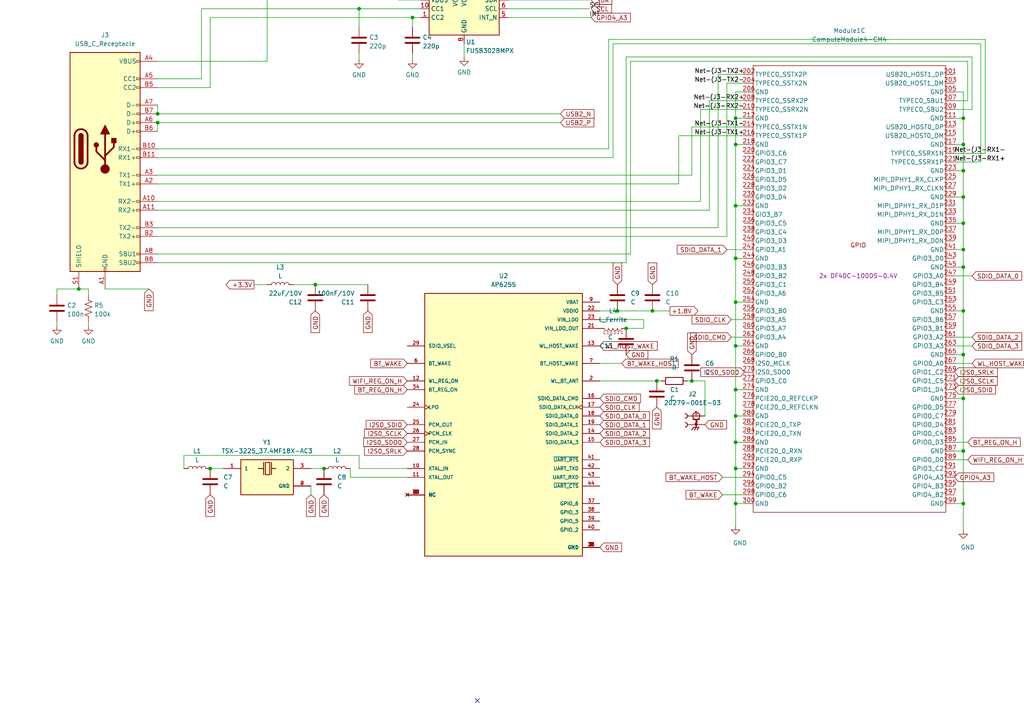
<source format=kicad_sch>
(kicad_sch (version 20231120) (generator "eeschema") (generator_version "8.0")
  (paper "A4")
  (title_block (title "Raspberry Pi Compute Module 4 Carrier Template") (date "2020-10-31") (rev "v01") (comment 2 "creativecommons.org/licenses/by-sa/4.0") (comment 3 "License: CC BY 4.0") (comment 4 "Author: Shawn Hymel"))
  (lib_symbols
    (symbol "20279-001E-03:20279-001E-03" (pin_names (offset 1.016))
      (property "Reference" "J" (at -3.81 1.524 0))
      (property "Value" "20279-001E-03" (at -4.064 -6.858 0))
      (symbol "20279-001E-03_0_0"
        (pin passive line (at 2.54 0 180) (length 5.08) (name "~") (number "1"))
        (pin passive line (at 2.54 -2.54 180) (length 5.08) (name "~") (number "2"))
        (pin passive line (at 2.54 -2.54 180) (length 5.08) (name "~") (number "3"))
      )
    )
    (symbol "AP6255:AP6255" (pin_names (offset 1.016))
      (property "Reference" "U" (at -22.86 38.862 0))
      (property "Value" "AP6255" (at -22.86 -40.64 0))
      (symbol "AP6255_0_0"
        (pin power_in line (at 27.94 -35.56 180) (length 5.08) (name "GND") (number "1"))
        (pin input line (at -27.94 -12.7 0) (length 5.08) (name "XTAL_IN") (number "10"))
        (pin output line (at -27.94 -15.24 0) (length 5.08) (name "XTAL_OUT") (number "11"))
        (pin input line (at -27.94 12.7 0) (length 5.08) (name "WL_REG_ON") (number "12"))
        (pin output line (at 27.94 22.86 180) (length 5.08) (name "WL_HOST_WAKE") (number "13"))
        (pin bidirectional line (at 27.94 -2.54 180) (length 5.08) (name "SDIO_DATA_2") (number "14"))
        (pin bidirectional line (at 27.94 -5.08 180) (length 5.08) (name "SDIO_DATA_3") (number "15"))
        (pin bidirectional line (at 27.94 7.62 180) (length 5.08) (name "SDIO_DATA_CMD") (number "16"))
        (pin bidirectional clock (at 27.94 5.08 180) (length 5.08) (name "SDIO_DATA_CLK") (number "17"))
        (pin bidirectional line (at 27.94 2.54 180) (length 5.08) (name "SDIO_DATA_0") (number "18"))
        (pin bidirectional line (at 27.94 0 180) (length 5.08) (name "SDIO_DATA_1") (number "19"))
        (pin bidirectional line (at 27.94 12.7 180) (length 5.08) (name "WL_BT_ANT") (number "2"))
        (pin power_in line (at 27.94 -35.56 180) (length 5.08) (name "GND") (number "20"))
        (pin power_in line (at 27.94 27.94 180) (length 5.08) (name "VIN_LDO_OUT") (number "21"))
        (pin power_in line (at 27.94 33.02 180) (length 5.08) (name "VDDIO") (number "22"))
        (pin power_in line (at 27.94 30.48 180) (length 5.08) (name "VIN_LDO") (number "23"))
        (pin input clock (at -27.94 5.08 0) (length 5.08) (name "LPO") (number "24"))
        (pin output line (at -27.94 0 0) (length 5.08) (name "PCM_OUT") (number "25"))
        (pin bidirectional clock (at -27.94 -2.54 0) (length 5.08) (name "PCM_CLK") (number "26"))
        (pin input line (at -27.94 -5.08 0) (length 5.08) (name "PCM_IN") (number "27"))
        (pin bidirectional line (at -27.94 -7.62 0) (length 5.08) (name "PCM_SYNC") (number "28"))
        (pin input line (at -27.94 22.86 0) (length 5.08) (name "SDIO_VSEL") (number "29"))
        (pin power_in line (at 27.94 -35.56 180) (length 5.08) (name "GND") (number "3"))
        (pin no_connect line (at -27.94 -20.32 0) (length 5.08) (name "NC") (number "30"))
        (pin power_in line (at 27.94 -35.56 180) (length 5.08) (name "GND") (number "31"))
        (pin no_connect line (at -27.94 -20.32 0) (length 5.08) (name "NC") (number "32"))
        (pin power_in line (at 27.94 -35.56 180) (length 5.08) (name "GND") (number "33"))
        (pin input line (at -27.94 10.16 0) (length 5.08) (name "BT_REG_ON") (number "34"))
        (pin no_connect line (at -27.94 -20.32 0) (length 5.08) (name "NC") (number "35"))
        (pin power_in line (at 27.94 -35.56 180) (length 5.08) (name "GND") (number "36"))
        (pin bidirectional line (at 27.94 -22.86 180) (length 5.08) (name "GPIO_6") (number "37"))
        (pin bidirectional line (at 27.94 -25.4 180) (length 5.08) (name "GPIO_3") (number "38"))
        (pin bidirectional line (at 27.94 -27.94 180) (length 5.08) (name "GPIO_5") (number "39"))
        (pin no_connect line (at -27.94 -20.32 0) (length 5.08) (name "NC") (number "4"))
        (pin bidirectional line (at 27.94 -30.48 180) (length 5.08) (name "GPIO_2") (number "40"))
        (pin output line (at 27.94 -10.16 180) (length 5.08) (name "~{UART_RTS}") (number "41"))
        (pin output line (at 27.94 -12.7 180) (length 5.08) (name "UART_TXD") (number "42"))
        (pin input line (at 27.94 -15.24 180) (length 5.08) (name "UART_RXD") (number "43"))
        (pin input line (at 27.94 -17.78 180) (length 5.08) (name "~{UART_CTS}") (number "44"))
        (pin no_connect line (at -27.94 -20.32 0) (length 5.08) (name "NC") (number "45"))
        (pin no_connect line (at -27.94 -20.32 0) (length 5.08) (name "NC") (number "46"))
        (pin no_connect line (at -27.94 -20.32 0) (length 5.08) (name "NC") (number "47"))
        (pin no_connect line (at -27.94 -20.32 0) (length 5.08) (name "NC") (number "5"))
        (pin input line (at -27.94 17.78 0) (length 5.08) (name "BT_WAKE") (number "6"))
        (pin output line (at 27.94 17.78 180) (length 5.08) (name "BT_HOST_WAKE") (number "7"))
        (pin no_connect line (at -27.94 -20.32 0) (length 5.08) (name "NC") (number "8"))
        (pin power_in line (at 27.94 35.56 180) (length 5.08) (name "VBAT") (number "9"))
      )
    )
    (symbol "CM4IO:ComputeModule4-CM4"
      (property "Reference" "Module1" (at -2.54 68.58 0))
      (property "Value" "ComputeModule4-CM4" (at -2.54 66.04 0))
      (property "MPN" "2x DF40C-100DS-0.4V" (at 0 -2.54 0))
      (symbol "ComputeModule4-CM4_1_0"
        (text "GPIO" (at 0 6.35 0) (effects (font (size 1.27 1.27))))
      )
      (symbol "ComputeModule4-CM4_1_1"
        (text "600mA Max" (at -8.89 -53.34 0) (effects (font (size 1.27 1.27))))
        (text "600mA Max" (at -8.89 -48.26 0) (effects (font (size 1.27 1.27))))
        (text "NB SD signals are only available" (at -1.27 -27.94 0) (effects (font (size 1.27 1.27))))
        (text "on modules without eMMC" (at -1.27 -30.48 0) (effects (font (size 1.27 1.27))))
        (pin power_in line (at 27.94 55.88 180) (length 2.54) (name "GND") (number "1"))
        (pin passive line (at -33.02 45.72 0) (length 2.54) (name "Ethernet_Pair0_N") (number "10"))
        (pin output line (at -33.02 -68.58 0) (length 2.54) (name "nEXTRST") (number "100"))
        (pin passive line (at 27.94 43.18 180) (length 2.54) (name "Ethernet_Pair2_P") (number "11"))
        (pin passive line (at -33.02 43.18 0) (length 2.54) (name "Ethernet_Pair0_P") (number "12"))
        (pin power_in line (at 27.94 40.64 180) (length 2.54) (name "GND") (number "13"))
        (pin power_in line (at -33.02 40.64 0) (length 2.54) (name "GND") (number "14"))
        (pin output line (at 27.94 38.1 180) (length 2.54) (name "Ethernet_nLED3(3.3v)") (number "15"))
        (pin input line (at -33.02 38.1 0) (length 2.54) (name "Ethernet_SYNC_IN(1.8v)") (number "16"))
        (pin output line (at 27.94 35.56 180) (length 2.54) (name "Ethernet_nLED2(3.3v)") (number "17"))
        (pin input line (at -33.02 35.56 0) (length 2.54) (name "Ethernet_SYNC_OUT(1.8v)") (number "18"))
        (pin output line (at 27.94 33.02 180) (length 2.54) (name "Ethernet_nLED1(3.3v)") (number "19"))
        (pin power_in line (at -33.02 55.88 0) (length 2.54) (name "GND") (number "2"))
        (pin passive line (at -33.02 33.02 0) (length 2.54) (name "EEPROM_nWP") (number "20"))
        (pin open_collector line (at 27.94 30.48 180) (length 2.54) (name "PI_nLED_Activity") (number "21"))
        (pin power_in line (at -33.02 30.48 0) (length 2.54) (name "GND") (number "22"))
        (pin power_in line (at 27.94 27.94 180) (length 2.54) (name "GND") (number "23"))
        (pin passive line (at -33.02 27.94 0) (length 2.54) (name "GPIO26") (number "24"))
        (pin passive line (at 27.94 25.4 180) (length 2.54) (name "GPIO21") (number "25"))
        (pin passive line (at -33.02 25.4 0) (length 2.54) (name "GPIO19") (number "26"))
        (pin passive line (at 27.94 22.86 180) (length 2.54) (name "GPIO20") (number "27"))
        (pin passive line (at -33.02 22.86 0) (length 2.54) (name "GPIO13") (number "28"))
        (pin passive line (at 27.94 20.32 180) (length 2.54) (name "GPIO16") (number "29"))
        (pin passive line (at 27.94 53.34 180) (length 2.54) (name "Ethernet_Pair3_P") (number "3"))
        (pin passive line (at -33.02 20.32 0) (length 2.54) (name "GPIO6") (number "30"))
        (pin passive line (at 27.94 17.78 180) (length 2.54) (name "GPIO12") (number "31"))
        (pin power_in line (at -33.02 17.78 0) (length 2.54) (name "GND") (number "32"))
        (pin power_in line (at 27.94 15.24 180) (length 2.54) (name "GND") (number "33"))
        (pin passive line (at -33.02 15.24 0) (length 2.54) (name "GPIO5") (number "34"))
        (pin passive line (at 27.94 12.7 180) (length 2.54) (name "ID_SC") (number "35"))
        (pin passive line (at -33.02 12.7 0) (length 2.54) (name "ID_SD") (number "36"))
        (pin passive line (at 27.94 10.16 180) (length 2.54) (name "GPIO7") (number "37"))
        (pin passive line (at -33.02 10.16 0) (length 2.54) (name "GPIO11") (number "38"))
        (pin passive line (at 27.94 7.62 180) (length 2.54) (name "GPIO8") (number "39"))
        (pin passive line (at -33.02 53.34 0) (length 2.54) (name "Ethernet_Pair1_P") (number "4"))
        (pin passive line (at -33.02 7.62 0) (length 2.54) (name "GPIO9") (number "40"))
        (pin passive line (at 27.94 5.08 180) (length 2.54) (name "GPIO25") (number "41"))
        (pin power_in line (at -33.02 5.08 0) (length 2.54) (name "GND") (number "42"))
        (pin power_in line (at 27.94 2.54 180) (length 2.54) (name "GND") (number "43"))
        (pin passive line (at -33.02 2.54 0) (length 2.54) (name "GPIO10") (number "44"))
        (pin passive line (at 27.94 0 180) (length 2.54) (name "GPIO24") (number "45"))
        (pin passive line (at -33.02 0 0) (length 2.54) (name "GPIO22") (number "46"))
        (pin passive line (at 27.94 -2.54 180) (length 2.54) (name "GPIO23") (number "47"))
        (pin passive line (at -33.02 -2.54 0) (length 2.54) (name "GPIO27") (number "48"))
        (pin passive line (at 27.94 -5.08 180) (length 2.54) (name "GPIO18") (number "49"))
        (pin passive line (at 27.94 50.8 180) (length 2.54) (name "Ethernet_Pair3_N") (number "5"))
        (pin passive line (at -33.02 -5.08 0) (length 2.54) (name "GPIO17") (number "50"))
        (pin passive line (at 27.94 -7.62 180) (length 2.54) (name "GPIO15") (number "51"))
        (pin power_in line (at -33.02 -7.62 0) (length 2.54) (name "GND") (number "52"))
        (pin power_in line (at 27.94 -10.16 180) (length 2.54) (name "GND") (number "53"))
        (pin passive line (at -33.02 -10.16 0) (length 2.54) (name "GPIO4") (number "54"))
        (pin passive line (at 27.94 -12.7 180) (length 2.54) (name "GPIO14") (number "55"))
        (pin passive line (at -33.02 -12.7 0) (length 2.54) (name "GPIO3") (number "56"))
        (pin passive line (at 27.94 -15.24 180) (length 2.54) (name "SD_CLK") (number "57"))
        (pin passive line (at -33.02 -15.24 0) (length 2.54) (name "GPIO2") (number "58"))
        (pin power_in line (at 27.94 -17.78 180) (length 2.54) (name "GND") (number "59"))
        (pin passive line (at -33.02 50.8 0) (length 2.54) (name "Ethernet_Pair1_N") (number "6"))
        (pin power_in line (at -33.02 -17.78 0) (length 2.54) (name "GND") (number "60"))
        (pin passive line (at 27.94 -20.32 180) (length 2.54) (name "SD_DAT3") (number "61"))
        (pin passive line (at -33.02 -20.32 0) (length 2.54) (name "SD_CMD") (number "62"))
        (pin passive line (at 27.94 -22.86 180) (length 2.54) (name "SD_DAT0") (number "63"))
        (pin passive line (at -33.02 -22.86 0) (length 2.54) (name "SD_DAT5") (number "64"))
        (pin power_in line (at 27.94 -25.4 180) (length 2.54) (name "GND") (number "65"))
        (pin power_in line (at -33.02 -25.4 0) (length 2.54) (name "GND") (number "66"))
        (pin passive line (at 27.94 -27.94 180) (length 2.54) (name "SD_DAT1") (number "67"))
        (pin passive line (at -33.02 -27.94 0) (length 2.54) (name "SD_DAT4") (number "68"))
        (pin passive line (at 27.94 -30.48 180) (length 2.54) (name "SD_DAT2") (number "69"))
        (pin power_in line (at 27.94 48.26 180) (length 2.54) (name "GND") (number "7"))
        (pin passive line (at -33.02 -30.48 0) (length 2.54) (name "SD_DAT7") (number "70"))
        (pin power_in line (at 27.94 -33.02 180) (length 2.54) (name "GND") (number "71"))
        (pin passive line (at -33.02 -33.02 0) (length 2.54) (name "SD_DAT6") (number "72"))
        (pin input line (at 27.94 -35.56 180) (length 2.54) (name "SD_VDD_Override") (number "73"))
        (pin power_in line (at -33.02 -35.56 0) (length 2.54) (name "GND") (number "74"))
        (pin output line (at 27.94 -38.1 180) (length 2.54) (name "SD_PWR_ON") (number "75"))
        (pin passive line (at -33.02 -38.1 0) (length 2.54) (name "Reserved") (number "76"))
        (pin power_in line (at 27.94 -40.64 180) (length 2.54) (name "+5v_(Input)") (number "77"))
        (pin power_in line (at -33.02 -40.64 0) (length 2.54) (name "GPIO_VREF(1.8v/3.3v_Input)") (number "78"))
        (pin power_in line (at 27.94 -43.18 180) (length 2.54) (name "+5v_(Input)") (number "79"))
        (pin power_in line (at -33.02 48.26 0) (length 2.54) (name "GND") (number "8"))
        (pin passive line (at -33.02 -43.18 0) (length 2.54) (name "SCL0") (number "80"))
        (pin power_in line (at 27.94 -45.72 180) (length 2.54) (name "+5v_(Input)") (number "81"))
        (pin passive line (at -33.02 -45.72 0) (length 2.54) (name "SDA0") (number "82"))
        (pin power_in line (at 27.94 -48.26 180) (length 2.54) (name "+5v_(Input)") (number "83"))
        (pin power_out line (at -33.02 -48.26 0) (length 2.54) (name "+3.3v_(Output)") (number "84"))
        (pin power_in line (at 27.94 -50.8 180) (length 2.54) (name "+5v_(Input)") (number "85"))
        (pin power_out line (at -33.02 -50.8 0) (length 2.54) (name "+3.3v_(Output)") (number "86"))
        (pin power_in line (at 27.94 -53.34 180) (length 2.54) (name "+5v_(Input)") (number "87"))
        (pin power_out line (at -33.02 -53.34 0) (length 2.54) (name "+1.8v_(Output)") (number "88"))
        (pin power_in line (at 27.94 -55.88 180) (length 2.54) (name "WiFi_nDisable") (number "89"))
        (pin passive line (at 27.94 45.72 180) (length 2.54) (name "Ethernet_Pair2_N") (number "9"))
        (pin power_out line (at -33.02 -55.88 0) (length 2.54) (name "+1.8v_(Output)") (number "90"))
        (pin power_in line (at 27.94 -58.42 180) (length 2.54) (name "BT_nDisable") (number "91"))
        (pin passive line (at -33.02 -58.42 0) (length 2.54) (name "RUN_PG") (number "92"))
        (pin input line (at 27.94 -60.96 180) (length 2.54) (name "nRPIBOOT") (number "93"))
        (pin passive line (at -33.02 -60.96 0) (length 2.54) (name "AnalogIP0") (number "94"))
        (pin output line (at 27.94 -63.5 180) (length 2.54) (name "nPI_LED_PWR") (number "95"))
        (pin passive line (at -33.02 -63.5 0) (length 2.54) (name "AnalogIP1") (number "96"))
        (pin passive line (at 27.94 -66.04 180) (length 2.54) (name "Camera_GPIO") (number "97"))
        (pin power_in line (at -33.02 -66.04 0) (length 2.54) (name "GND") (number "98"))
        (pin input line (at 27.94 -68.58 180) (length 2.54) (name "Global_EN") (number "99"))
      )
      (symbol "ComputeModule4-CM4_2_1"
        (text "High Speed Serial" (at 140.97 0 0) (effects (font (size 1.27 1.27))))
        (pin input line (at 170.18 60.96 180) (length 5.08) (name "USB_OTG_ID") (number "101"))
        (pin input line (at 109.22 60.96 0) (length 5.08) (name "PCIe_CLK_nREQ") (number "102"))
        (pin passive line (at 170.18 58.42 180) (length 5.08) (name "USB2_N") (number "103"))
        (pin passive line (at 109.22 58.42 0) (length 5.08) (name "Reserved") (number "104"))
        (pin passive line (at 170.18 55.88 180) (length 5.08) (name "USB2_P") (number "105"))
        (pin passive line (at 109.22 55.88 0) (length 5.08) (name "Reserved") (number "106"))
        (pin power_in line (at 170.18 53.34 180) (length 5.08) (name "GND") (number "107"))
        (pin power_in line (at 109.22 53.34 0) (length 5.08) (name "GND") (number "108"))
        (pin bidirectional line (at 170.18 50.8 180) (length 5.08) (name "PCIe_nRST") (number "109"))
        (pin output line (at 109.22 50.8 0) (length 5.08) (name "PCIe_CLK_P") (number "110"))
        (pin passive line (at 170.18 48.26 180) (length 5.08) (name "VDAC_COMP") (number "111"))
        (pin output line (at 109.22 48.26 0) (length 5.08) (name "PCIe_CLK_N") (number "112"))
        (pin power_in line (at 170.18 45.72 180) (length 5.08) (name "GND") (number "113"))
        (pin power_in line (at 109.22 45.72 0) (length 5.08) (name "GND") (number "114"))
        (pin input line (at 170.18 43.18 180) (length 5.08) (name "CAM1_D0_N") (number "115"))
        (pin input line (at 109.22 43.18 0) (length 5.08) (name "PCIe_RX_P") (number "116"))
        (pin input line (at 170.18 40.64 180) (length 5.08) (name "CAM1_D0_P") (number "117"))
        (pin input line (at 109.22 40.64 0) (length 5.08) (name "PCIe_RX_N") (number "118"))
        (pin power_in line (at 170.18 38.1 180) (length 5.08) (name "GND") (number "119"))
        (pin power_in line (at 109.22 38.1 0) (length 5.08) (name "GND") (number "120"))
        (pin input line (at 170.18 35.56 180) (length 5.08) (name "CAM1_D1_N") (number "121"))
        (pin output line (at 109.22 35.56 0) (length 5.08) (name "PCIe_TX_P") (number "122"))
        (pin input line (at 170.18 33.02 180) (length 5.08) (name "CAM1_D1_P") (number "123"))
        (pin output line (at 109.22 33.02 0) (length 5.08) (name "PCIe_TX_N") (number "124"))
        (pin power_in line (at 170.18 30.48 180) (length 5.08) (name "GND") (number "125"))
        (pin power_in line (at 109.22 30.48 0) (length 5.08) (name "GND") (number "126"))
        (pin input line (at 170.18 27.94 180) (length 5.08) (name "CAM1_C_N") (number "127"))
        (pin input line (at 109.22 27.94 0) (length 5.08) (name "CAM0_D0_N") (number "128"))
        (pin input line (at 170.18 25.4 180) (length 5.08) (name "CAM1_C_P") (number "129"))
        (pin input line (at 109.22 25.4 0) (length 5.08) (name "CAM0_D0_P") (number "130"))
        (pin power_in line (at 170.18 22.86 180) (length 5.08) (name "GND") (number "131"))
        (pin power_in line (at 109.22 22.86 0) (length 5.08) (name "GND") (number "132"))
        (pin input line (at 170.18 20.32 180) (length 5.08) (name "CAM1_D2_N") (number "133"))
        (pin input line (at 109.22 20.32 0) (length 5.08) (name "CAM0_D1_N") (number "134"))
        (pin input line (at 170.18 17.78 180) (length 5.08) (name "CAM1_D2_P") (number "135"))
        (pin input line (at 109.22 17.78 0) (length 5.08) (name "CAM0_D1_P") (number "136"))
        (pin power_in line (at 170.18 15.24 180) (length 5.08) (name "GND") (number "137"))
        (pin power_in line (at 109.22 15.24 0) (length 5.08) (name "GND") (number "138"))
        (pin input line (at 170.18 12.7 180) (length 5.08) (name "CAM1_D3_N") (number "139"))
        (pin input line (at 109.22 12.7 0) (length 5.08) (name "CAM0_C_N") (number "140"))
        (pin input line (at 170.18 10.16 180) (length 5.08) (name "CAM1_D3_P") (number "141"))
        (pin input line (at 109.22 10.16 0) (length 5.08) (name "CAM0_C_P") (number "142"))
        (pin input line (at 170.18 7.62 180) (length 5.08) (name "HDMI1_HOTPLUG") (number "143"))
        (pin power_in line (at 109.22 7.62 0) (length 5.08) (name "GND") (number "144"))
        (pin bidirectional line (at 170.18 5.08 180) (length 5.08) (name "HDMI1_SDA") (number "145"))
        (pin output line (at 109.22 5.08 0) (length 5.08) (name "HDMI1_TX2_P") (number "146"))
        (pin open_collector line (at 170.18 2.54 180) (length 5.08) (name "HDMI1_SCL") (number "147"))
        (pin output line (at 109.22 2.54 0) (length 5.08) (name "HDMI1_TX2_N") (number "148"))
        (pin open_collector line (at 170.18 0 180) (length 5.08) (name "HDMI1_CEC") (number "149"))
        (pin power_in line (at 109.22 0 0) (length 5.08) (name "GND") (number "150"))
        (pin open_collector line (at 170.18 -2.54 180) (length 5.08) (name "HDMI0_CEC") (number "151"))
        (pin output line (at 109.22 -2.54 0) (length 5.08) (name "HDMI1_TX1_P") (number "152"))
        (pin input line (at 170.18 -5.08 180) (length 5.08) (name "HDMI0_HOTPLUG") (number "153"))
        (pin output line (at 109.22 -5.08 0) (length 5.08) (name "HDMI1_TX1_N") (number "154"))
        (pin power_in line (at 170.18 -7.62 180) (length 5.08) (name "GND") (number "155"))
        (pin power_in line (at 109.22 -7.62 0) (length 5.08) (name "GND") (number "156"))
        (pin output line (at 170.18 -10.16 180) (length 5.08) (name "DSI0_D0_N") (number "157"))
        (pin output line (at 109.22 -10.16 0) (length 5.08) (name "HDMI1_TX0_P") (number "158"))
        (pin output line (at 170.18 -12.7 180) (length 5.08) (name "DSI0_D0_P") (number "159"))
        (pin output line (at 109.22 -12.7 0) (length 5.08) (name "HDMI1_TX0_N") (number "160"))
        (pin power_in line (at 170.18 -15.24 180) (length 5.08) (name "GND") (number "161"))
        (pin power_in line (at 109.22 -15.24 0) (length 5.08) (name "GND") (number "162"))
        (pin output line (at 170.18 -17.78 180) (length 5.08) (name "DSI0_D1_N") (number "163"))
        (pin output line (at 109.22 -17.78 0) (length 5.08) (name "HDMI1_CLK_P") (number "164"))
        (pin output line (at 170.18 -20.32 180) (length 5.08) (name "DSI0_D1_P") (number "165"))
        (pin output line (at 109.22 -20.32 0) (length 5.08) (name "HDMI1_CLK_N") (number "166"))
        (pin power_in line (at 170.18 -22.86 180) (length 5.08) (name "GND") (number "167"))
        (pin power_in line (at 109.22 -22.86 0) (length 5.08) (name "GND") (number "168"))
        (pin output line (at 170.18 -25.4 180) (length 5.08) (name "DSI0_C_N") (number "169"))
        (pin output line (at 109.22 -25.4 0) (length 5.08) (name "HDMI0_TX2_P") (number "170"))
        (pin output line (at 170.18 -27.94 180) (length 5.08) (name "DSI0_C_P") (number "171"))
        (pin output line (at 109.22 -27.94 0) (length 5.08) (name "HDMI0_TX2_N") (number "172"))
        (pin power_in line (at 170.18 -30.48 180) (length 5.08) (name "GND") (number "173"))
        (pin power_in line (at 109.22 -30.48 0) (length 5.08) (name "GND") (number "174"))
        (pin output line (at 170.18 -33.02 180) (length 5.08) (name "DSI1_D0_N") (number "175"))
        (pin output line (at 109.22 -33.02 0) (length 5.08) (name "HDMI0_TX1_P") (number "176"))
        (pin output line (at 170.18 -35.56 180) (length 5.08) (name "DSI1_D0_P") (number "177"))
        (pin output line (at 109.22 -35.56 0) (length 5.08) (name "HDMI0_TX1_N") (number "178"))
        (pin power_in line (at 170.18 -38.1 180) (length 5.08) (name "GND") (number "179"))
        (pin power_in line (at 109.22 -38.1 0) (length 5.08) (name "GND") (number "180"))
        (pin output line (at 170.18 -40.64 180) (length 5.08) (name "DSI1_D1_N") (number "181"))
        (pin output line (at 109.22 -40.64 0) (length 5.08) (name "HDMI0_TX0_P") (number "182"))
        (pin output line (at 170.18 -43.18 180) (length 5.08) (name "DSI1_D1_P") (number "183"))
        (pin output line (at 109.22 -43.18 0) (length 5.08) (name "HDMI0_TX0_N") (number "184"))
        (pin power_in line (at 170.18 -45.72 180) (length 5.08) (name "GND") (number "185"))
        (pin power_in line (at 109.22 -45.72 0) (length 5.08) (name "GND") (number "186"))
        (pin output line (at 170.18 -48.26 180) (length 5.08) (name "DSI1_C_N") (number "187"))
        (pin output line (at 109.22 -48.26 0) (length 5.08) (name "HDMI0_CLK_P") (number "188"))
        (pin output line (at 170.18 -50.8 180) (length 5.08) (name "DSI1_C_P") (number "189"))
        (pin output line (at 109.22 -50.8 0) (length 5.08) (name "HDMI0_CLK_N") (number "190"))
        (pin power_in line (at 170.18 -53.34 180) (length 5.08) (name "GND") (number "191"))
        (pin power_in line (at 109.22 -53.34 0) (length 5.08) (name "GND") (number "192"))
        (pin output line (at 170.18 -55.88 180) (length 5.08) (name "DSI1_D2_N") (number "193"))
        (pin output line (at 109.22 -55.88 0) (length 5.08) (name "DSI1_D3_N") (number "194"))
        (pin output line (at 170.18 -58.42 180) (length 5.08) (name "DSI1_D2_P") (number "195"))
        (pin output line (at 109.22 -58.42 0) (length 5.08) (name "DSI1_D3_P") (number "196"))
        (pin power_in line (at 170.18 -60.96 180) (length 5.08) (name "GND") (number "197"))
        (pin power_in line (at 109.22 -60.96 0) (length 5.08) (name "GND") (number "198"))
        (pin bidirectional line (at 170.18 -63.5 180) (length 5.08) (name "HDMI0_SDA") (number "199"))
        (pin open_collector line (at 109.22 -63.5 0) (length 5.08) (name "HDMI0_SCL") (number "200"))
      )
      (symbol "ComputeModule4-CM4_3_0"
        (text "GPIO" (at 0 6.35 0) (effects (font (size 1.27 1.27))))
      )
      (symbol "ComputeModule4-CM4_3_1"
        (pin passive line (at 27.94 55.88 180) (length 2.54) (name "USB20_HOST1_DP") (number "201"))
        (pin passive line (at -33.02 55.88 0) (length 2.54) (name "TYPEC0_SSTX2P") (number "202"))
        (pin passive line (at 27.94 53.34 180) (length 2.54) (name "USB20_HOST1_DM") (number "203"))
        (pin passive line (at -33.02 53.34 0) (length 2.54) (name "TYPEC0_SSTX2N") (number "204"))
        (pin power_in line (at 27.94 50.8 180) (length 2.54) (name "GND") (number "205"))
        (pin power_in line (at -33.02 50.8 0) (length 2.54) (name "GND") (number "206"))
        (pin passive line (at 27.94 48.26 180) (length 2.54) (name "TYPEC0_SBU1") (number "207"))
        (pin passive line (at -33.02 48.26 0) (length 2.54) (name "TYPEC0_SSRX2P") (number "208"))
        (pin passive line (at 27.94 45.72 180) (length 2.54) (name "TYPEC0_SBU2") (number "209"))
        (pin passive line (at -33.02 45.72 0) (length 2.54) (name "TYPEC0_SSRX2N") (number "210"))
        (pin power_in line (at 27.94 43.18 180) (length 2.54) (name "GND") (number "211"))
        (pin power_in line (at -33.02 43.18 0) (length 2.54) (name "GND") (number "212"))
        (pin passive line (at 27.94 40.64 180) (length 2.54) (name "USB20_HOST0_DP") (number "213"))
        (pin passive line (at -33.02 40.64 0) (length 2.54) (name "TYPEC0_SSTX1N") (number "214"))
        (pin output line (at 27.94 38.1 180) (length 2.54) (name "USB20_HOST0_DM") (number "215"))
        (pin passive line (at -33.02 38.1 0) (length 2.54) (name "TYPEC0_SSTX1P") (number "216"))
        (pin power_in line (at 27.94 35.56 180) (length 2.54) (name "GND") (number "217"))
        (pin power_in line (at -33.02 35.56 0) (length 2.54) (name "GND") (number "218"))
        (pin output line (at 27.94 33.02 180) (length 2.54) (name "TYPEC0_SSRX1N") (number "219"))
        (pin passive line (at -33.02 33.02 0) (length 2.54) (name "GPIO3_C6") (number "220"))
        (pin passive line (at 27.94 30.48 180) (length 2.54) (name "TYPEC0_SSRX1P") (number "221"))
        (pin passive line (at -33.02 30.48 0) (length 2.54) (name "GPIO3_C7") (number "222"))
        (pin power_in line (at 27.94 27.94 180) (length 2.54) (name "GND") (number "223"))
        (pin passive line (at -33.02 27.94 0) (length 2.54) (name "GPIO3_D1") (number "224"))
        (pin passive line (at 27.94 25.4 180) (length 2.54) (name "MIPI_DPHY1_RX_CLKP") (number "225"))
        (pin passive line (at -33.02 25.4 0) (length 2.54) (name "GPIO3_D5") (number "226"))
        (pin passive line (at 27.94 22.86 180) (length 2.54) (name "MIPI_DPHY1_RX_CLKN") (number "227"))
        (pin passive line (at -33.02 22.86 0) (length 2.54) (name "GPIO3_D2") (number "228"))
        (pin passive line (at 27.94 20.32 180) (length 2.54) (name "GND") (number "229"))
        (pin passive line (at -33.02 20.32 0) (length 2.54) (name "GPIO3_D4") (number "230"))
        (pin power_in line (at 27.94 17.78 180) (length 2.54) (name "MIPI_DPHY1_RX_D1P") (number "231"))
        (pin power_in line (at -33.02 17.78 0) (length 2.54) (name "GND") (number "232"))
        (pin passive line (at 27.94 15.24 180) (length 2.54) (name "MIPI_DPHY1_RX_D1N") (number "233"))
        (pin passive line (at -33.02 15.24 0) (length 2.54) (name "GIO3_B7") (number "234"))
        (pin power_in line (at 27.94 12.7 180) (length 2.54) (name "GND") (number "235"))
        (pin passive line (at -33.02 12.7 0) (length 2.54) (name "GPIO3_C5") (number "236"))
        (pin passive line (at 27.94 10.16 180) (length 2.54) (name "MIPI_DPHY1_RX_D0P") (number "237"))
        (pin passive line (at -33.02 10.16 0) (length 2.54) (name "GPIO3_C4") (number "238"))
        (pin passive line (at 27.94 7.62 180) (length 2.54) (name "MIPI_DPHY1_RX_D0N") (number "239"))
        (pin passive line (at -33.02 7.62 0) (length 2.54) (name "GPIO3_D3") (number "240"))
        (pin passive line (at 27.94 5.08 180) (length 2.54) (name "GND") (number "241"))
        (pin passive line (at -33.02 5.08 0) (length 2.54) (name "GPIO3_A1") (number "242"))
        (pin passive line (at 27.94 2.54 180) (length 2.54) (name "GPIO3_D0") (number "243"))
        (pin power_in line (at -33.02 2.54 0) (length 2.54) (name "GND") (number "244"))
        (pin power_in line (at 27.94 0 180) (length 2.54) (name "GND") (number "245"))
        (pin passive line (at -33.02 0 0) (length 2.54) (name "GPIO3_B3") (number "246"))
        (pin passive line (at 27.94 -2.54 180) (length 2.54) (name "GPIO3_A0") (number "247"))
        (pin passive line (at -33.02 -2.54 0) (length 2.54) (name "GPIO3_B2") (number "248"))
        (pin passive line (at 27.94 -5.08 180) (length 2.54) (name "GPIO3_B4") (number "249"))
        (pin passive line (at -33.02 -5.08 0) (length 2.54) (name "GPIO3_C1") (number "250"))
        (pin passive line (at 27.94 -7.62 180) (length 2.54) (name "GPIO3_B5") (number "251"))
        (pin passive line (at -33.02 -7.62 0) (length 2.54) (name "GPIO3_A6") (number "252"))
        (pin passive line (at 27.94 -10.16 180) (length 2.54) (name "GPIO3_C3") (number "253"))
        (pin power_in line (at -33.02 -10.16 0) (length 2.54) (name "GND") (number "254"))
        (pin power_in line (at 27.94 -12.7 180) (length 2.54) (name "GND") (number "255"))
        (pin passive line (at -33.02 -12.7 0) (length 2.54) (name "GPIO3_B0") (number "256"))
        (pin passive line (at 27.94 -15.24 180) (length 2.54) (name "GPIO3_B6") (number "257"))
        (pin passive line (at -33.02 -15.24 0) (length 2.54) (name "GPIO3_A5") (number "258"))
        (pin passive line (at 27.94 -17.78 180) (length 2.54) (name "GPIO3_B1") (number "259"))
        (pin passive line (at -33.02 -17.78 0) (length 2.54) (name "GPIO3_A7") (number "260"))
        (pin passive line (at 27.94 -20.32 180) (length 2.54) (name "GPIO3_A2") (number "261"))
        (pin passive line (at -33.02 -20.32 0) (length 2.54) (name "GPIO3_A4") (number "262"))
        (pin passive line (at 27.94 -22.86 180) (length 2.54) (name "GPIO3_A3") (number "263"))
        (pin power_in line (at -33.02 -22.86 0) (length 2.54) (name "GND") (number "264"))
        (pin power_in line (at 27.94 -25.4 180) (length 2.54) (name "GND") (number "265"))
        (pin passive line (at -33.02 -25.4 0) (length 2.54) (name "GPIO0_B0") (number "266"))
        (pin passive line (at 27.94 -27.94 180) (length 2.54) (name "GPIO0_A0") (number "267"))
        (pin passive line (at -33.02 -27.94 0) (length 2.54) (name "I2S0_MCLK") (number "268"))
        (pin passive line (at 27.94 -30.48 180) (length 2.54) (name "GPIO1_C2") (number "269"))
        (pin passive line (at -33.02 -30.48 0) (length 2.54) (name "I2S0_SDO0") (number "270"))
        (pin passive line (at 27.94 -33.02 180) (length 2.54) (name "GPIO1_C5") (number "271"))
        (pin passive line (at -33.02 -33.02 0) (length 2.54) (name "GPIO3_C0") (number "272"))
        (pin passive line (at 27.94 -35.56 180) (length 2.54) (name "GPIO1_D4") (number "273"))
        (pin power_in line (at -33.02 -35.56 0) (length 2.54) (name "GND") (number "274"))
        (pin power_in line (at 27.94 -38.1 180) (length 2.54) (name "GND") (number "275"))
        (pin passive line (at -33.02 -38.1 0) (length 2.54) (name "PCIE20_0_REFCLKP") (number "276"))
        (pin passive line (at 27.94 -40.64 180) (length 2.54) (name "GPIO0_D5") (number "277"))
        (pin passive line (at -33.02 -40.64 0) (length 2.54) (name "PCIE20_0_REFCLKN") (number "278"))
        (pin passive line (at 27.94 -43.18 180) (length 2.54) (name "GPIO0_C7") (number "279"))
        (pin power_in line (at -33.02 -43.18 0) (length 2.54) (name "GND") (number "280"))
        (pin passive line (at 27.94 -45.72 180) (length 2.54) (name "GPIO0_D4") (number "281"))
        (pin passive line (at -33.02 -45.72 0) (length 2.54) (name "PCIE20_0_TXP") (number "282"))
        (pin passive line (at 27.94 -48.26 180) (length 2.54) (name "GPIO0_C4") (number "283"))
        (pin passive line (at -33.02 -48.26 0) (length 2.54) (name "PCIE20_0_TXN") (number "284"))
        (pin passive line (at 27.94 -50.8 180) (length 2.54) (name "GPIO0_D3") (number "285"))
        (pin power_in line (at -33.02 -50.8 0) (length 2.54) (name "GND") (number "286"))
        (pin power_in line (at 27.94 -53.34 180) (length 2.54) (name "GND") (number "287"))
        (pin passive line (at -33.02 -53.34 0) (length 2.54) (name "PCIE20_0_RXN") (number "288"))
        (pin passive line (at 27.94 -55.88 180) (length 2.54) (name "GPIO0_D0") (number "289"))
        (pin passive line (at -33.02 -55.88 0) (length 2.54) (name "PCIE20_0_RXP") (number "290"))
        (pin passive line (at 27.94 -58.42 180) (length 2.54) (name "GPIO3_C2") (number "291"))
        (pin power_in line (at -33.02 -58.42 0) (length 2.54) (name "GND") (number "292"))
        (pin passive line (at 27.94 -60.96 180) (length 2.54) (name "GPIO4_A3") (number "293"))
        (pin passive line (at -33.02 -60.96 0) (length 2.54) (name "GPIO0_C5") (number "294"))
        (pin passive line (at 27.94 -63.5 180) (length 2.54) (name "GPIO4_B3") (number "295"))
        (pin passive line (at -33.02 -63.5 0) (length 2.54) (name "GPIO0_B2") (number "296"))
        (pin passive line (at 27.94 -66.04 180) (length 2.54) (name "GPIO4_B2") (number "297"))
        (pin passive line (at -33.02 -66.04 0) (length 2.54) (name "GPIO0_C6") (number "298"))
        (pin power_in line (at 27.94 -68.58 180) (length 2.54) (name "GND") (number "299"))
        (pin power_in line (at -33.02 -68.58 0) (length 2.54) (name "GND") (number "300"))
      )
    )
    (symbol "Connector:USB_C_Receptacle" (pin_names (offset 1.016))
      (property "Reference" "J" (at -10.16 29.21 0))
      (property "Value" "USB_C_Receptacle" (at 10.16 29.21 0))
      (symbol "USB_C_Receptacle_1_1"
        (pin passive line (at 0 -40.64 90) (length 5.08) (name "GND") (number "A1"))
        (pin bidirectional line (at 15.24 -15.24 180) (length 5.08) (name "RX2-") (number "A10"))
        (pin bidirectional line (at 15.24 -17.78 180) (length 5.08) (name "RX2+") (number "A11"))
        (pin passive line (at 0 -40.64 90) (length 5.08) hide (name "GND") (number "A12"))
        (pin bidirectional line (at 15.24 -10.16 180) (length 5.08) (name "TX1+") (number "A2"))
        (pin bidirectional line (at 15.24 -7.62 180) (length 5.08) (name "TX1-") (number "A3"))
        (pin passive line (at 15.24 25.4 180) (length 5.08) (name "VBUS") (number "A4"))
        (pin bidirectional line (at 15.24 20.32 180) (length 5.08) (name "CC1") (number "A5"))
        (pin bidirectional line (at 15.24 7.62 180) (length 5.08) (name "D+") (number "A6"))
        (pin bidirectional line (at 15.24 12.7 180) (length 5.08) (name "D-") (number "A7"))
        (pin bidirectional line (at 15.24 -30.48 180) (length 5.08) (name "SBU1") (number "A8"))
        (pin passive line (at 15.24 25.4 180) (length 5.08) hide (name "VBUS") (number "A9"))
        (pin passive line (at 0 -40.64 90) (length 5.08) hide (name "GND") (number "B1"))
        (pin bidirectional line (at 15.24 0 180) (length 5.08) (name "RX1-") (number "B10"))
        (pin bidirectional line (at 15.24 -2.54 180) (length 5.08) (name "RX1+") (number "B11"))
        (pin passive line (at 0 -40.64 90) (length 5.08) hide (name "GND") (number "B12"))
        (pin bidirectional line (at 15.24 -25.4 180) (length 5.08) (name "TX2+") (number "B2"))
        (pin bidirectional line (at 15.24 -22.86 180) (length 5.08) (name "TX2-") (number "B3"))
        (pin passive line (at 15.24 25.4 180) (length 5.08) hide (name "VBUS") (number "B4"))
        (pin bidirectional line (at 15.24 17.78 180) (length 5.08) (name "CC2") (number "B5"))
        (pin bidirectional line (at 15.24 5.08 180) (length 5.08) (name "D+") (number "B6"))
        (pin bidirectional line (at 15.24 10.16 180) (length 5.08) (name "D-") (number "B7"))
        (pin bidirectional line (at 15.24 -33.02 180) (length 5.08) (name "SBU2") (number "B8"))
        (pin passive line (at 15.24 25.4 180) (length 5.08) hide (name "VBUS") (number "B9"))
        (pin passive line (at -7.62 -40.64 90) (length 5.08) (name "SHIELD") (number "S1"))
      )
    )
    (symbol "Device:C" (pin_numbers hide) (pin_names (offset 0.254))
      (property "Reference" "C" (at 0.635 2.54 0))
      (property "Value" "C" (at 0.635 -2.54 0))
      (symbol "C_1_1"
        (pin passive line (at 0 3.81 270) (length 2.794) (name "~") (number "1"))
        (pin passive line (at 0 -3.81 90) (length 2.794) (name "~") (number "2"))
      )
    )
    (symbol "Device:L" (pin_numbers hide) (pin_names (offset 1.016) hide)
      (property "Reference" "L" (at -1.27 0 90))
      (property "Value" "L" (at 1.905 0 90))
      (symbol "L_1_1"
        (pin passive line (at 0 3.81 270) (length 1.27) (name "1") (number "1"))
        (pin passive line (at 0 -3.81 90) (length 1.27) (name "2") (number "2"))
      )
    )
    (symbol "Device:L_Ferrite" (pin_numbers hide) (pin_names (offset 1.016) hide)
      (property "Reference" "L" (at -1.27 0 90))
      (property "Value" "L_Ferrite" (at 2.794 0 90))
      (symbol "L_Ferrite_1_1"
        (pin passive line (at 0 3.81 270) (length 1.27) (name "1") (number "1"))
        (pin passive line (at 0 -3.81 90) (length 1.27) (name "2") (number "2"))
      )
    )
    (symbol "Device:R" (pin_numbers hide) (pin_names (offset 0))
      (property "Reference" "R" (at 2.032 0 90))
      (property "Value" "R" (at 0 0 90))
      (symbol "R_1_1"
        (pin passive line (at 0 3.81 270) (length 1.27) (name "~") (number "1"))
        (pin passive line (at 0 -3.81 90) (length 1.27) (name "~") (number "2"))
      )
    )
    (symbol "Device:R_US" (pin_numbers hide) (pin_names (offset 0))
      (property "Reference" "R" (at 2.54 0 90))
      (property "Value" "R_US" (at -2.54 0 90))
      (symbol "R_US_1_1"
        (pin passive line (at 0 3.81 270) (length 1.27) (name "~") (number "1"))
        (pin passive line (at 0 -3.81 90) (length 1.27) (name "~") (number "2"))
      )
    )
    (symbol "Interface_USB:FUSB302BMPX"
      (property "Reference" "U" (at -10.16 8.89 0))
      (property "Value" "FUSB302BMPX" (at 3.81 8.89 0))
      (symbol "FUSB302BMPX_1_1"
        (pin bidirectional line (at 12.7 -2.54 180) (length 2.54) (name "CC2") (number "1"))
        (pin bidirectional line (at 12.7 0 180) (length 2.54) (name "CC1") (number "10"))
        (pin bidirectional line (at 12.7 0 180) (length 2.54) hide (name "CC1") (number "11"))
        (pin power_in line (at 0 10.16 270) (length 2.54) (name "VCONN") (number "12"))
        (pin power_in line (at 2.54 10.16 270) (length 2.54) (name "VCONN") (number "13"))
        (pin bidirectional line (at 12.7 -2.54 180) (length 2.54) hide (name "CC2") (number "14"))
        (pin passive line (at 0 -10.16 90) (length 2.54) hide (name "GND") (number "15"))
        (pin input line (at 12.7 2.54 180) (length 2.54) (name "VBUS") (number "2"))
        (pin power_in line (at -2.54 10.16 270) (length 2.54) (name "VDD") (number "3"))
        (pin passive line (at -2.54 10.16 270) (length 2.54) hide (name "VDD") (number "4"))
        (pin open_collector line (at -12.7 -2.54 0) (length 2.54) (name "INT_N") (number "5"))
        (pin input line (at -12.7 0 0) (length 2.54) (name "SCL") (number "6"))
        (pin bidirectional line (at -12.7 2.54 0) (length 2.54) (name "SDA") (number "7"))
        (pin power_in line (at 0 -10.16 90) (length 2.54) (name "GND") (number "8"))
        (pin passive line (at 0 -10.16 90) (length 2.54) hide (name "GND") (number "9"))
      )
    )
    (symbol "TSX-3225_16.0000MF18X-AC3:TSX-3225_16.0000MF18X-AC3" (pin_names (offset 1.016))
      (property "Reference" "Y" (at -7.62 5.08 0))
      (property "Value" "TSX-3225_16.0000MF18X-AC3" (at -7.62 -7.62 0))
      (symbol "TSX-3225_16.0000MF18X-AC3_0_0"
        (pin passive line (at -12.7 2.54 0) (length 5.08) (name "1") (number "1"))
        (pin power_in line (at 12.7 -2.54 180) (length 5.08) (name "GND") (number "2"))
        (pin passive line (at 12.7 2.54 180) (length 5.08) (name "2") (number "3"))
        (pin power_in line (at 12.7 -2.54 180) (length 5.08) (name "GND") (number "4"))
      )
    )
    (symbol "power:GND" (power) (pin_names (offset 0))
      (property "Value" "GND" (at 0 -3.81 0))
      (symbol "GND_1_1"
        (pin power_in line (at 0 0 270) (length 0) hide (name "GND") (number "1"))
      )
    )
  )
  (junction (at 279.4 49.53))
  (junction (at 279.4 146.05))
  (junction (at 60.96 135.89))
  (junction (at 213.36 87.63))
  (junction (at 279.4 102.87))
  (junction (at 213.36 120.65))
  (junction (at 213.36 74.93))
  (junction (at 279.4 72.39))
  (junction (at 91.44 82.55))
  (junction (at 132.08 -19.558))
  (junction (at 213.36 41.91))
  (junction (at 279.4 64.77))
  (junction (at 213.36 34.29))
  (junction (at 279.4 90.17))
  (junction (at 213.36 128.27))
  (junction (at 200.66 110.49))
  (junction (at 104.14 2.54))
  (junction (at 213.36 135.89))
  (junction (at 213.36 59.69))
  (junction (at 213.36 146.05))
  (junction (at 279.4 77.47))
  (junction (at 279.4 115.57))
  (junction (at 179.07 90.17))
  (junction (at 279.4 57.15))
  (junction (at 279.4 41.91))
  (junction (at 93.98 135.89))
  (junction (at 119.634 5.08))
  (junction (at 181.61 95.25))
  (junction (at 279.4 34.29))
  (junction (at 22.86 83.82))
  (junction (at 190.5 110.49))
  (junction (at 45.72 35.56))
  (junction (at 189.23 90.17))
  (junction (at 45.72 33.02))
  (junction (at 279.4 130.81))
  (junction (at 213.36 100.33))
  (junction (at 213.36 113.03))
  (no_connect (at 138.43 203.2))
  (no_connect (at 138.43 218.44))
  (wire (pts (xy 43.18 83.82) (xy 30.48 83.82)))
  (wire (pts (xy 213.36 74.93) (xy 215.9 74.93)))
  (wire (pts (xy 213.36 74.93) (xy 213.36 87.63)))
  (wire (pts (xy 208.28 21.59) (xy 208.28 66.04)))
  (wire (pts (xy 213.36 128.27) (xy 215.9 128.27)))
  (wire (pts (xy 60.96 5.08) (xy 80.01 5.08)) (stroke (width 0.1524)))
  (wire (pts (xy 147.32 5.08) (xy 171.45 5.08)))
  (wire (pts (xy 276.86 29.21) (xy 280.67 29.21)))
  (wire (pts (xy 276.86 77.47) (xy 279.4 77.47)))
  (wire (pts (xy 279.4 49.53) (xy 279.4 57.15)))
  (wire (pts (xy 132.08 -19.558) (xy 132.08 -7.62)))
  (wire (pts (xy 276.86 105.41) (xy 281.94 105.41)))
  (wire (pts (xy 276.86 97.79) (xy 281.94 97.79)))
  (wire (pts (xy 213.36 120.65) (xy 213.36 128.27)))
  (wire (pts (xy 80.01 5.08) (xy 119.634 5.08)))
  (wire (pts (xy 137.16 -20.32) (xy 145.542 -20.32)))
  (wire (pts (xy 204.47 110.49) (xy 204.47 120.65)))
  (wire (pts (xy 279.4 77.47) (xy 279.4 90.17)))
  (wire (pts (xy 45.72 68.58) (xy 210.82 68.58)))
  (wire (pts (xy 77.47 17.78) (xy 77.47 -11.43)) (stroke (width 0.1524)))
  (wire (pts (xy 279.4 130.81) (xy 279.4 146.05)))
  (wire (pts (xy 132.08 -22.86) (xy 132.08 -19.558)))
  (wire (pts (xy 276.86 44.45) (xy 285.75 44.45)))
  (wire (pts (xy 215.9 24.13) (xy 210.82 24.13)))
  (wire (pts (xy 279.4 26.67) (xy 279.4 34.29)))
  (wire (pts (xy 85.09 82.55) (xy 91.44 82.55)))
  (wire (pts (xy 200.66 36.83) (xy 200.66 50.8)))
  (wire (pts (xy 60.96 25.4) (xy 60.96 5.08)) (stroke (width 0.1524)))
  (wire (pts (xy 276.86 34.29) (xy 279.4 34.29)))
  (wire (pts (xy 279.4 102.87) (xy 279.4 115.57)))
  (wire (pts (xy 276.86 64.77) (xy 279.4 64.77)))
  (wire (pts (xy 215.9 36.83) (xy 200.66 36.83)))
  (wire (pts (xy 284.48 46.99) (xy 284.48 12.7)))
  (wire (pts (xy 60.96 135.89) (xy 64.77 135.89)))
  (wire (pts (xy 276.86 146.05) (xy 279.4 146.05)))
  (wire (pts (xy 173.99 110.49) (xy 190.5 110.49)))
  (wire (pts (xy 196.85 39.37) (xy 196.85 53.34)))
  (wire (pts (xy 213.36 87.63) (xy 213.36 100.33)))
  (wire (pts (xy 281.94 16.51) (xy 181.61 16.51)))
  (wire (pts (xy 176.53 11.43) (xy 176.53 43.18)))
  (wire (pts (xy 196.85 39.37) (xy 215.9 39.37)))
  (wire (pts (xy 80.01 2.54) (xy 104.14 2.54)))
  (wire (pts (xy 45.72 33.02) (xy 162.56 33.02)))
  (wire (pts (xy 212.09 92.71) (xy 215.9 92.71)))
  (wire (pts (xy 279.4 41.91) (xy 279.4 49.53)))
  (wire (pts (xy 121.92 2.54) (xy 104.14 2.54)))
  (wire (pts (xy 276.86 57.15) (xy 279.4 57.15)))
  (wire (pts (xy 215.9 26.67) (xy 213.36 26.67)))
  (wire (pts (xy 182.88 17.78) (xy 182.88 73.66)))
  (wire (pts (xy 90.17 140.97) (xy 90.17 143.51)))
  (wire (pts (xy 115.57 -11.43) (xy 115.57 0)))
  (wire (pts (xy 121.92 0) (xy 115.57 0)))
  (wire (pts (xy 213.36 59.69) (xy 213.36 74.93)))
  (wire (pts (xy 200.66 110.49) (xy 204.47 110.49)))
  (wire (pts (xy 280.67 17.78) (xy 182.88 17.78)))
  (wire (pts (xy 215.9 21.59) (xy 208.28 21.59)))
  (wire (pts (xy 276.86 31.75) (xy 281.94 31.75)))
  (wire (pts (xy 176.53 43.18) (xy 45.72 43.18)))
  (wire (pts (xy 77.47 -11.43) (xy 115.57 -11.43)) (stroke (width 0.1524)))
  (wire (pts (xy 213.36 100.33) (xy 215.9 100.33)))
  (wire (pts (xy 279.4 90.17) (xy 279.4 102.87)))
  (wire (pts (xy 285.75 44.45) (xy 285.75 11.43)))
  (wire (pts (xy 177.8 12.7) (xy 177.8 45.72)))
  (wire (pts (xy 101.6 138.43) (xy 118.11 138.43)))
  (wire (pts (xy 119.634 5.08) (xy 121.92 5.08)))
  (wire (pts (xy 53.34 132.08) (xy 53.34 135.89)))
  (wire (pts (xy 173.99 90.17) (xy 179.07 90.17)))
  (wire (pts (xy 276.86 100.33) (xy 281.94 100.33)))
  (wire (pts (xy 177.8 45.72) (xy 45.72 45.72)))
  (wire (pts (xy 200.66 50.8) (xy 45.72 50.8)))
  (wire (pts (xy 91.44 82.55) (xy 106.68 82.55)))
  (wire (pts (xy 213.36 41.91) (xy 213.36 59.69)))
  (wire (pts (xy 203.2 58.42) (xy 45.72 58.42)))
  (wire (pts (xy 209.55 143.51) (xy 215.9 143.51)))
  (wire (pts (xy 73.66 82.55) (xy 77.47 82.55)))
  (wire (pts (xy 137.16 -20.32) (xy 137.16 -7.62)))
  (wire (pts (xy 45.72 35.56) (xy 45.72 38.1)))
  (wire (pts (xy 118.11 135.89) (xy 104.14 135.89)))
  (wire (pts (xy 213.36 113.03) (xy 215.9 113.03)))
  (wire (pts (xy 186.69 92.71) (xy 186.69 95.25)))
  (wire (pts (xy 22.86 83.82) (xy 16.51 83.82)))
  (wire (pts (xy 276.86 41.91) (xy 279.4 41.91)))
  (wire (pts (xy 145.542 -12.7) (xy 145.542 -11.938)))
  (wire (pts (xy 173.99 92.71) (xy 186.69 92.71)))
  (wire (pts (xy 213.36 41.91) (xy 215.9 41.91)))
  (wire (pts (xy 45.72 22.86) (xy 58.42 22.86)))
  (wire (pts (xy 182.88 73.66) (xy 45.72 73.66)))
  (wire (pts (xy 189.23 90.17) (xy 194.31 90.17)))
  (wire (pts (xy 213.36 135.89) (xy 215.9 135.89)))
  (wire (pts (xy 284.48 12.7) (xy 177.8 12.7)))
  (wire (pts (xy 213.36 87.63) (xy 215.9 87.63)))
  (wire (pts (xy 279.4 72.39) (xy 279.4 77.47)))
  (wire (pts (xy 147.32 0) (xy 170.942 0)))
  (wire (pts (xy 276.86 102.87) (xy 279.4 102.87)))
  (wire (pts (xy 209.55 138.43) (xy 215.9 138.43)))
  (wire (pts (xy 279.4 146.05) (xy 279.4 153.67)))
  (wire (pts (xy 276.86 26.67) (xy 279.4 26.67)))
  (wire (pts (xy 205.74 29.21) (xy 205.74 60.96)))
  (wire (pts (xy 213.36 120.65) (xy 215.9 120.65)))
  (wire (pts (xy 134.62 16.51) (xy 134.62 12.7)))
  (wire (pts (xy 119.634 15.494) (xy 119.634 17.272)))
  (wire (pts (xy 104.14 2.54) (xy 104.14 7.874)))
  (wire (pts (xy 212.09 97.79) (xy 215.9 97.79)))
  (wire (pts (xy 279.4 64.77) (xy 279.4 72.39)))
  (wire (pts (xy 279.4 115.57) (xy 279.4 130.81)))
  (wire (pts (xy 104.14 135.89) (xy 104.14 132.08)))
  (wire (pts (xy 45.72 76.2) (xy 181.61 76.2)))
  (wire (pts (xy 25.654 83.82) (xy 25.654 85.598)))
  (wire (pts (xy 203.2 31.75) (xy 203.2 58.42)))
  (wire (pts (xy 210.82 72.39) (xy 215.9 72.39)))
  (wire (pts (xy 213.36 146.05) (xy 213.36 152.4)))
  (wire (pts (xy 186.69 95.25) (xy 181.61 95.25)))
  (wire (pts (xy 279.4 34.29) (xy 279.4 41.91)))
  (wire (pts (xy 104.14 15.494) (xy 104.14 17.272)))
  (wire (pts (xy 276.86 49.53) (xy 279.4 49.53)))
  (wire (pts (xy 285.75 11.43) (xy 176.53 11.43)))
  (wire (pts (xy 196.85 53.34) (xy 45.72 53.34)))
  (wire (pts (xy 179.07 90.17) (xy 189.23 90.17)))
  (wire (pts (xy 215.9 29.21) (xy 205.74 29.21)))
  (wire (pts (xy 276.86 133.35) (xy 280.67 133.35)))
  (wire (pts (xy 16.51 93.218) (xy 16.51 94.488)))
  (wire (pts (xy 181.61 16.51) (xy 181.61 76.2)))
  (wire (pts (xy 25.654 93.218) (xy 25.654 94.488)))
  (wire (pts (xy 215.9 31.75) (xy 203.2 31.75)))
  (wire (pts (xy 190.5 110.49) (xy 191.77 110.49)))
  (wire (pts (xy 104.14 132.08) (xy 53.34 132.08)))
  (wire (pts (xy 205.74 60.96) (xy 45.72 60.96)))
  (wire (pts (xy 279.4 57.15) (xy 279.4 64.77)))
  (wire (pts (xy 77.47 17.78) (xy 45.72 17.78)) (stroke (width 0.1524)))
  (wire (pts (xy 276.86 90.17) (xy 279.4 90.17)))
  (wire (pts (xy 180.34 105.41) (xy 173.99 105.41)))
  (wire (pts (xy 213.36 113.03) (xy 213.36 120.65)))
  (wire (pts (xy 276.86 130.81) (xy 279.4 130.81)))
  (wire (pts (xy 213.36 100.33) (xy 213.36 113.03)))
  (wire (pts (xy 132.08 -19.558) (xy 134.62 -19.558)))
  (wire (pts (xy 280.67 29.21) (xy 280.67 17.78)))
  (wire (pts (xy 213.36 34.29) (xy 215.9 34.29)))
  (wire (pts (xy 213.36 135.89) (xy 213.36 146.05)))
  (wire (pts (xy 276.86 115.57) (xy 279.4 115.57)))
  (wire (pts (xy 16.51 83.82) (xy 16.51 85.598)))
  (wire (pts (xy 60.96 25.4) (xy 45.72 25.4)) (stroke (width 0.1524)))
  (wire (pts (xy 281.94 31.75) (xy 281.94 16.51)))
  (wire (pts (xy 213.36 26.67) (xy 213.36 34.29)))
  (wire (pts (xy 58.42 22.86) (xy 58.42 2.54)) (stroke (width 0.1524)))
  (wire (pts (xy 213.36 146.05) (xy 215.9 146.05)))
  (wire (pts (xy 276.86 72.39) (xy 279.4 72.39)))
  (wire (pts (xy 45.72 66.04) (xy 208.28 66.04)))
  (wire (pts (xy 45.72 35.56) (xy 162.56 35.56)))
  (wire (pts (xy 119.634 5.08) (xy 119.634 7.874)))
  (wire (pts (xy 213.36 34.29) (xy 213.36 41.91)))
  (wire (pts (xy 22.86 83.82) (xy 25.654 83.82)))
  (wire (pts (xy 213.36 59.69) (xy 215.9 59.69)))
  (wire (pts (xy 199.39 110.49) (xy 200.66 110.49)))
  (wire (pts (xy 45.72 30.48) (xy 45.72 33.02)))
  (wire (pts (xy 210.82 24.13) (xy 210.82 68.58)))
  (wire (pts (xy 90.17 135.89) (xy 93.98 135.89)))
  (wire (pts (xy 276.86 80.01) (xy 281.94 80.01)))
  (wire (pts (xy 147.32 2.54) (xy 170.942 2.54)))
  (wire (pts (xy 58.42 2.54) (xy 80.01 2.54)) (stroke (width 0.1524)))
  (wire (pts (xy 134.62 -19.558) (xy 134.62 -7.62)))
  (wire (pts (xy 276.86 46.99) (xy 284.48 46.99)))
  (wire (pts (xy 213.36 128.27) (xy 213.36 135.89)))
  (wire (pts (xy 276.86 128.27) (xy 280.67 128.27)))
  (wire (pts (xy 101.6 135.89) (xy 101.6 138.43)))
  (label "Net-(J2-SCL)" (at 358.14 140.97 180))
  (label "Net-(J2-CK+)" (at 358.14 125.73 180))
  (label "GND" (at 419.1 39.37 0))
  (label "Net-(J2-D0+)" (at 358.14 118.11 180))
  (label "GND" (at 358.14 46.99 180))
  (label "GND" (at 419.1 100.33 0))
  (label "GND" (at 358.14 138.43 180))
  (label "Net-(J2-D0-)" (at 358.14 120.65 180))
  (label "GND" (at 358.14 77.47 180))
  (label "Net-(J3-RX1+" (at 276.86 46.99 0))
  (label "GND" (at 358.14 92.71 180))
  (label "Net-(J2-CEC)" (at 419.1 80.01 0))
  (label "GND" (at 419.1 123.19 0))
  (label "USB2_P" (at 419.1 21.59 0))
  (label "Net-(J3-TX1+" (at 215.9 39.37 180))
  (label "Net-(J3-RX2-" (at 215.9 31.75 180))
  (label "Net-(J3-RX1-" (at 276.86 44.45 0))
  (label "Net-(J1-D0N)" (at 419.1 110.49 0))
  (label "Net-(J2-HPD{slash}HEAC-)" (at 419.1 82.55 0))
  (label "Net-(J3-RX2-" (at 215.9 31.75 180))
  (label "Net-(J3-TX1+" (at 215.9 39.37 180))
  (label "GND" (at 358.14 123.19 180))
  (label "Net-(J3-TX1-" (at 215.9 36.83 180))
  (label "Net-(J1-CLKN)" (at 419.1 125.73 0))
  (label "Net-(J2-D1-)" (at 358.14 113.03 180))
  (label "Net-(J1-D2P)" (at 419.1 135.89 0))
  (label "Net-(J3-TX1-" (at 215.9 36.83 180))
  (label "Net-(J1-D1P)" (at 419.1 120.65 0))
  (label "Net-(J2-D2+)" (at 358.14 102.87 180))
  (label "Net-(J1-D0P)" (at 419.1 113.03 0))
  (label "Net-(J2-SDA)" (at 419.1 140.97 0))
  (label "GND" (at 358.14 24.13 180))
  (label "Net-(J2-D2-)" (at 358.14 105.41 180))
  (label "SCL" (at 170.942 2.54 0))
  (label "GND" (at 419.1 85.09 0))
  (label "GND" (at 419.1 31.75 0))
  (label "Net-(J3-RX2+" (at 215.9 29.21 180))
  (label "Net-(J3-RX1+" (at 276.86 46.99 0))
  (label "Net-(J1-D3P)" (at 358.14 135.89 180))
  (label "Net-(J3-RX1-" (at 276.86 44.45 0))
  (label "GND" (at 358.14 100.33 180))
  (label "Net-(J1-CLKP)" (at 419.1 128.27 0))
  (label "GND" (at 358.14 54.61 180))
  (label "Net-(J1-D1N)" (at 419.1 118.11 0))
  (label "GND" (at 358.14 85.09 180))
  (label "GND" (at 419.1 138.43 0))
  (label "GND" (at 358.14 39.37 180))
  (label "GND" (at 358.14 62.23 180))
  (label "GND" (at 358.14 107.95 180))
  (label "GND" (at 358.14 130.81 180))
  (label "GND" (at 419.1 115.57 0))
  (label "SDA" (at 170.942 0 0))
  (label "Net-(J2-D1+)" (at 358.14 110.49 180))
  (label "GND" (at 419.1 54.61 0))
  (label "Net-(J3-RX2+" (at 215.9 29.21 180))
  (label "Net-(J3-TX2-" (at 215.9 24.13 180))
  (label "GND" (at 419.1 92.71 0))
  (label "USB2_N" (at 419.1 19.05 0))
  (label "GND" (at 419.1 24.13 0))
  (label "GND" (at 358.14 115.57 180))
  (label "GND" (at 419.1 107.95 0))
  (label "GND" (at 358.14 69.85 180))
  (label "GND" (at 419.1 62.23 0))
  (label "GND" (at 358.14 31.75 180))
  (label "Net-(J3-TX2+" (at 215.9 21.59 180))
  (label "Net-(J2-CK-)" (at 358.14 128.27 180))
  (label "Net-(J3-TX2-" (at 215.9 24.13 180))
  (label "Net-(J1-D2N)" (at 419.1 133.35 0))
  (label "INT" (at 170.942 5.08 0))
  (label "Net-(J3-TX2+" (at 215.9 21.59 180))
  (label "GND" (at 419.1 130.81 0))
  (label "GND" (at 419.1 46.99 0))
  (label "Net-(J1-D3N)" (at 358.14 133.35 180))
  (global_label "I2S0_SRLK" (shape input) (at 118.11 130.81 180) (property "Intersheetrefs" "${INTERSHEET_REFS}" (effects (hide yes))))
  (global_label "GND" (shape input) (at 91.44 90.17 270) (property "Intersheetrefs" "${INTERSHEET_REFS}" (effects (hide yes))))
  (global_label "WIFI_REG_ON_H" (shape input) (at 118.11 110.49 180) (property "Intersheetrefs" "${INTERSHEET_REFS}" (effects (hide yes))))
  (global_label "BT_REG_ON_H" (shape input) (at 118.11 113.03 180) (property "Intersheetrefs" "${INTERSHEET_REFS}" (effects (hide yes))))
  (global_label "SDIO_CLK" (shape input) (at 212.09 92.71 180) (property "Intersheetrefs" "${INTERSHEET_REFS}" (effects (hide yes))))
  (global_label "SDA" (shape input) (at 171.45 0 0) (property "Intersheetrefs" "${INTERSHEET_REFS}" (effects (hide yes))))
  (global_label "WIFI_REG_ON_H" (shape input) (at 280.67 133.35 0) (property "Intersheetrefs" "${INTERSHEET_REFS}" (effects (hide yes))))
  (global_label "WL_HOST_WAKE" (shape input) (at 281.94 105.41 0) (property "Intersheetrefs" "${INTERSHEET_REFS}" (effects (hide yes))))
  (global_label "SDIO_CMD" (shape input) (at 173.99 115.57 0) (property "Intersheetrefs" "${INTERSHEET_REFS}" (effects (hide yes))))
  (global_label "USB2_N" (shape input) (at 162.56 33.02 0) (property "Intersheetrefs" "${INTERSHEET_REFS}" (effects (hide yes))))
  (global_label "SDIO_DATA_3" (shape input) (at 281.94 100.33 0) (property "Intersheetrefs" "${INTERSHEET_REFS}" (effects (hide yes))))
  (global_label "SCL" (shape input) (at 171.45 2.54 0) (property "Intersheetrefs" "${INTERSHEET_REFS}" (effects (hide yes))))
  (global_label "I2S0_SDO0" (shape input) (at 215.9 107.95 180) (property "Intersheetrefs" "${INTERSHEET_REFS}" (effects (hide yes))))
  (global_label "SDIO_DATA_0" (shape input) (at 281.94 80.01 0) (property "Intersheetrefs" "${INTERSHEET_REFS}" (effects (hide yes))))
  (global_label "I2S0_SRLK" (shape input) (at 276.86 107.95 0) (property "Intersheetrefs" "${INTERSHEET_REFS}" (effects (hide yes))))
  (global_label "GND" (shape input) (at 90.17 143.51 270) (property "Intersheetrefs" "${INTERSHEET_REFS}" (effects (hide yes))))
  (global_label "GND" (shape input) (at 189.23 82.55 90) (property "Intersheetrefs" "${INTERSHEET_REFS}" (effects (hide yes))))
  (global_label "+5V" (shape input) (at 132.08 -22.86 90) (property "Intersheetrefs" "${INTERSHEET_REFS}" (effects (hide yes))))
  (global_label "SDIO_DATA_1" (shape input) (at 210.82 72.39 180) (property "Intersheetrefs" "${INTERSHEET_REFS}" (effects (hide yes))))
  (global_label "I2S0_SDI0" (shape input) (at 118.11 123.19 180) (property "Intersheetrefs" "${INTERSHEET_REFS}" (effects (hide yes))))
  (global_label "GPIO4_A3" (shape input) (at 276.86 138.43 0) (property "Intersheetrefs" "${INTERSHEET_REFS}" (effects (hide yes))))
  (global_label "BT_WAKE_HOST" (shape input) (at 209.55 138.43 180) (property "Intersheetrefs" "${INTERSHEET_REFS}" (effects (hide yes))))
  (global_label "SDIO_DATA_0" (shape input) (at 173.99 120.65 0) (property "Intersheetrefs" "${INTERSHEET_REFS}" (effects (hide yes))))
  (global_label "SDIO_CMD" (shape input) (at 212.09 97.79 180) (property "Intersheetrefs" "${INTERSHEET_REFS}" (effects (hide yes))))
  (global_label "SDIO_CLK" (shape input) (at 173.99 118.11 0) (property "Intersheetrefs" "${INTERSHEET_REFS}" (effects (hide yes))))
  (global_label "I2S0_SCLK" (shape input) (at 276.86 110.49 0) (property "Intersheetrefs" "${INTERSHEET_REFS}" (effects (hide yes))))
  (global_label "BT_WAKE_HOST" (shape input) (at 180.34 105.41 0) (property "Intersheetrefs" "${INTERSHEET_REFS}" (effects (hide yes))))
  (global_label "GND" (shape input) (at 204.47 123.19 0) (property "Intersheetrefs" "${INTERSHEET_REFS}" (effects (hide yes))))
  (global_label "GND" (shape input) (at 200.66 102.87 90) (property "Intersheetrefs" "${INTERSHEET_REFS}" (effects (hide yes))))
  (global_label "BT_REG_ON_H" (shape input) (at 280.67 128.27 0) (property "Intersheetrefs" "${INTERSHEET_REFS}" (effects (hide yes))))
  (global_label "USB2_P" (shape input) (at 162.56 35.56 0) (property "Intersheetrefs" "${INTERSHEET_REFS}" (effects (hide yes))))
  (global_label "I2S0_SDI0" (shape input) (at 276.86 113.03 0) (property "Intersheetrefs" "${INTERSHEET_REFS}" (effects (hide yes))))
  (global_label "+3.3V" (shape output) (at 73.66 82.55 180) (property "Intersheetrefs" "${INTERSHEET_REFS}" (effects (hide yes))))
  (global_label "BT_WAKE" (shape input) (at 118.11 105.41 180) (property "Intersheetrefs" "${INTERSHEET_REFS}" (effects (hide yes))))
  (global_label "I2S0_SCLK" (shape input) (at 118.11 125.73 180) (property "Intersheetrefs" "${INTERSHEET_REFS}" (effects (hide yes))))
  (global_label "GND" (shape input) (at 181.61 102.87 0) (property "Intersheetrefs" "${INTERSHEET_REFS}" (effects (hide yes))))
  (global_label "SDIO_DATA_2" (shape input) (at 173.99 125.73 0) (property "Intersheetrefs" "${INTERSHEET_REFS}" (effects (hide yes))))
  (global_label "GND" (shape input) (at 190.5 118.11 270) (property "Intersheetrefs" "${INTERSHEET_REFS}" (effects (hide yes))))
  (global_label "WL_HOST_WAKE" (shape input) (at 173.99 100.33 0) (property "Intersheetrefs" "${INTERSHEET_REFS}" (effects (hide yes))))
  (global_label "GND" (shape input) (at 43.18 83.82 270) (property "Intersheetrefs" "${INTERSHEET_REFS}" (effects (hide yes))))
  (global_label "GND" (shape input) (at 60.96 143.51 270) (property "Intersheetrefs" "${INTERSHEET_REFS}" (effects (hide yes))))
  (global_label "+3.3V" (shape output) (at 137.16 -20.32 90) (property "Intersheetrefs" "${INTERSHEET_REFS}" (effects (hide yes))))
  (global_label "I2S0_SDO0" (shape input) (at 118.11 128.27 180) (property "Intersheetrefs" "${INTERSHEET_REFS}" (effects (hide yes))))
  (global_label "GND" (shape input) (at 173.99 158.75 0) (property "Intersheetrefs" "${INTERSHEET_REFS}" (effects (hide yes))))
  (global_label "GND" (shape input) (at 179.07 82.55 90) (property "Intersheetrefs" "${INTERSHEET_REFS}" (effects (hide yes))))
  (global_label "SDIO_DATA_1" (shape input) (at 173.99 123.19 0) (property "Intersheetrefs" "${INTERSHEET_REFS}" (effects (hide yes))))
  (global_label "SDIO_DATA_3" (shape input) (at 173.99 128.27 0) (property "Intersheetrefs" "${INTERSHEET_REFS}" (effects (hide yes))))
  (global_label "SDIO_DATA_2" (shape input) (at 281.94 97.79 0) (property "Intersheetrefs" "${INTERSHEET_REFS}" (effects (hide yes))))
  (global_label "GND" (shape input) (at 106.68 90.17 270) (property "Intersheetrefs" "${INTERSHEET_REFS}" (effects (hide yes))))
  (global_label "BT_WAKE" (shape input) (at 209.55 143.51 180) (property "Intersheetrefs" "${INTERSHEET_REFS}" (effects (hide yes))))
  (global_label "GND" (shape input) (at 93.98 143.51 270) (property "Intersheetrefs" "${INTERSHEET_REFS}" (effects (hide yes))))
  (global_label "+1.8V" (shape output) (at 194.31 90.17 0) (property "Intersheetrefs" "${INTERSHEET_REFS}" (effects (hide yes))))
  (global_label "GPIO4_A3" (shape input) (at 171.45 5.08 0) (property "Intersheetrefs" "${INTERSHEET_REFS}" (effects (hide yes))))
  (symbol (lib_id "Device:C") (at 200.66 106.68 0) (unit 1)
    (property "Reference" "C6" (at 204.47 105.4099 0) (effects (justify left)))
    (property "Value" "C" (at 204.47 107.9499 0) (effects (justify left)))
    (property "Footprint" "Capacitor_SMD:C_0201_0603Metric" (effects (hide yes)))
    (property "Description" "Unpolarized capacitor" (effects (hide yes)))
  )
  (symbol (lib_id "Device:L_Ferrite") (at 177.8 95.25 270) (unit 1)
    (property "Reference" "L4" (at 177.8 90.17 90))
    (property "Value" "L_Ferrite" (at 177.8 92.71 90))
    (property "Description" "Inductor with ferrite core" (effects (hide yes)))
  )
  (symbol (lib_id "AP6255:AP6255") (at 146.05 123.19 0) (unit 1)
    (property "Reference" "U2" (at 146.05 80.01 0))
    (property "Value" "AP6255" (at 146.05 82.55 0))
    (property "Footprint" "AP6255:XCVR_AP6255" (effects (hide yes)))
    (property "MF" "Ampak Technology" (effects (hide yes)))
    (property "MAXIMUM_PACKAGE_HEIGHT" "1.6mm" (effects (hide yes)))
    (property "Package" "Package" (effects (hide yes)))
    (property "Price" "None" (effects (hide yes)))
    (property "Check_prices" "https://www.snapeda.com/parts/AP6255/Ampak+Technology/view-part/?ref=eda" (effects (hide yes)))
    (property "STANDARD" "Manufacturer Recommendations" (effects (hide yes)))
    (property "PARTREV" "2.2" (effects (hide yes)))
    (property "SnapEDA_Link" "https://www.snapeda.com/parts/AP6255/Ampak+Technology/view-part/?ref=snap" (effects (hide yes)))
    (property "MP" "AP6255" (effects (hide yes)))
    (property "Description_1" "\n                        \n                            WiFi 11ac + Bluetooth 4.1 Module \n                        \n" (effects (hide yes)))
    (property "Availability" "Not in stock" (effects (hide yes)))
    (property "MANUFACTURER" "Ampak Technology" (effects (hide yes)))
  )
  (symbol (lib_id "20279-001E-03:20279-001E-03") (at 201.93 120.65 0) (unit 1)
    (property "Reference" "J2" (at 200.8505 114.3 0))
    (property "Value" "20279-001E-03" (at 200.8505 116.84 0))
    (property "Footprint" "20279-001E-03:IPEX_20279-001E-03" (effects (hide yes)))
    (property "MF" "I-PEX" (effects (hide yes)))
    (property "MAXIMUM_PACKAGE_HEIGHT" "1.25mm" (effects (hide yes)))
    (property "Package" "None" (effects (hide yes)))
    (property "Price" "None" (effects (hide yes)))
    (property "Check_prices" "https://www.snapeda.com/parts/20279-001E-03/I-PEX/view-part/?ref=eda" (effects (hide yes)))
    (property "STANDARD" "Manufacturer Recommendations" (effects (hide yes)))
    (property "PARTREV" "32" (effects (hide yes)))
    (property "SnapEDA_Link" "https://www.snapeda.com/parts/20279-001E-03/I-PEX/view-part/?ref=snap" (effects (hide yes)))
    (property "MP" "20279-001E-03" (effects (hide yes)))
    (property "Description_1" "\n                        \n                            1 POS Vertical SMD Small form factor with big performance through 6 GHz connector,MHF, RF, micro-coaxial MHF I Receptacle\n                        \n" (effects (hide yes)))
    (property "Availability" "In Stock" (effects (hide yes)))
    (property "MANUFACTURER" "I-PEX" (effects (hide yes)))
  )
  (symbol (lib_id "power:GND") (at 279.4 153.67 0) (unit 1)
    (property "Reference" "#PWR01" (effects (hide yes)))
    (property "Value" "GND" (at 280.67 158.75 0))
  )
  (symbol (lib_id "Device:C") (at 93.98 139.7 0) (unit 1)
    (property "Reference" "C8" (at 97.79 138.4299 0) (effects (justify left)))
    (property "Value" "C" (at 97.79 140.9699 0) (effects (justify left)))
    (property "Footprint" "Capacitor_SMD:C_0201_0603Metric" (effects (hide yes)))
    (property "Description" "Unpolarized capacitor" (effects (hide yes)))
  )
  (symbol (lib_id "Interface_USB:FUSB302BMPX") (at 134.62 2.54 0) (mirror y) (unit 1)
    (property "Reference" "U1" (at 135.1406 12.1904 0) (effects (justify right)))
    (property "Value" "FUSB302BMPX" (at 135.1406 14.7273 0) (effects (justify right)))
    (property "Footprint" "Package_DFN_QFN:WQFN-14-1EP_2.5x2.5mm_P0.5mm_EP1.45x1.45mm" (effects (hide yes)))
    (property "Datasheet" "http://www.onsemi.com/pub/Collateral/FUSB302B-D.PDF" (effects (hide yes)))
  )
  (symbol (lib_id "power:GND") (at 16.51 94.488 0) (unit 1)
    (property "Reference" "#PWR03" (effects (hide yes)))
    (property "Value" "GND" (at 16.51 98.9314 0))
  )
  (symbol (lib_id "power:GND") (at 119.634 17.272 0) (unit 1)
    (property "Reference" "#PWR07" (effects (hide yes)))
    (property "Value" "GND" (at 119.634 21.7154 0))
  )
  (symbol (lib_id "Connector:USB_C_Receptacle") (at 30.48 43.18 0) (unit 1)
    (property "Reference" "J3" (at 30.48 10.16 0))
    (property "Value" "USB_C_Receptacle" (at 30.48 12.7 0))
    (property "Footprint" "Connector_USB:USB_C_Receptacle_Amphenol_12401610E4-2A" (effects (hide yes)))
    (property "Datasheet" "https://www.usb.org/sites/default/files/documents/usb_type-c.zip" (effects (hide yes)))
    (property "Description" "USB Full-Featured Type-C Receptacle connector" (effects (hide yes)))
  )
  (symbol (lib_id "power:GND") (at 25.654 94.488 0) (unit 1)
    (property "Reference" "#PWR04" (effects (hide yes)))
    (property "Value" "GND" (at 25.654 98.9314 0))
  )
  (symbol (lib_id "CM4IO:ComputeModule4-CM4") (at 248.92 77.47 0) (unit 3)
    (property "Reference" "Module1" (at 246.38 8.89 0))
    (property "Value" "ComputeModule4-CM4" (at 246.38 11.43 0))
    (property "Footprint" "CM4IO:Raspberry-Pi-4-Compute-Module" (effects (hide yes)))
    (property "MPN" "2x DF40C-100DS-0.4V" (at 248.92 80.01 0))
    (property "Digi-Key_PN" "2x H11615CT-ND" (effects (hide yes)))
    (property "Digi-Key_PN (Alt)" "2x H124602CT-ND" (effects (hide yes)))
    (property "Field4" "Hirose" (effects (hide yes)))
    (property "Field5" "2x DF40C-100DS-0.4V" (effects (hide yes)))
  )
  (symbol (lib_id "Device:C") (at 91.44 86.36 180) (unit 1)
    (property "Reference" "C12" (at 87.63 87.6301 0) (effects (justify left)))
    (property "Value" "22uF/10V" (at 87.63 85.0901 0) (effects (justify left)))
    (property "Footprint" "Capacitor_SMD:C_0201_0603Metric" (effects (hide yes)))
    (property "Description" "Unpolarized capacitor" (effects (hide yes)))
  )
  (symbol (lib_id "Device:C") (at 16.51 89.408 0) (unit 1)
    (property "Reference" "C2" (at 19.431 88.5733 0) (effects (justify left)))
    (property "Value" "100n" (at 19.431 91.1102 0) (effects (justify left)))
    (property "Footprint" "Capacitor_SMD:C_0603_1608Metric" (effects (hide yes)))
  )
  (symbol (lib_id "Device:R") (at 195.58 110.49 90) (unit 1)
    (property "Reference" "R1" (at 195.58 104.14 90))
    (property "Value" "R" (at 195.58 106.68 90))
    (property "Footprint" "Resistor_SMD:R_0201_0603Metric" (effects (hide yes)))
    (property "Description" "Resistor" (effects (hide yes)))
  )
  (symbol (lib_id "power:GND") (at 213.36 152.4 0) (unit 1)
    (property "Reference" "#PWR02" (effects (hide yes)))
    (property "Value" "GND" (at 214.63 157.48 0))
  )
  (symbol (lib_id "power:GND") (at 134.62 16.51 0) (unit 1)
    (property "Reference" "#PWR09" (effects (hide yes)))
    (property "Value" "GND" (at 134.62 20.9534 0))
  )
  (symbol (lib_id "Device:R_US") (at 25.654 89.408 0) (unit 1)
    (property "Reference" "R5" (at 27.305 88.5733 0) (effects (justify left)))
    (property "Value" "100k" (at 27.305 91.1102 0) (effects (justify left)))
    (property "Footprint" "Resistor_SMD:R_0603_1608Metric" (effects (hide yes)))
  )
  (symbol (lib_id "Device:C") (at 104.14 11.684 0) (unit 1)
    (property "Reference" "C3" (at 107.061 10.8493 0) (effects (justify left)))
    (property "Value" "220p" (at 107.061 13.3862 0) (effects (justify left)))
    (property "Footprint" "Capacitor_SMD:C_0603_1608Metric" (effects (hide yes)))
  )
  (symbol (lib_id "Device:C") (at 145.542 -16.51 0) (unit 1)
    (property "Reference" "C5" (at 140.462 -17.526 0) (effects (justify left)))
    (property "Value" "1u" (at 140.462 -14.732 0) (effects (justify left)))
    (property "Footprint" "Capacitor_SMD:C_0603_1608Metric" (effects (hide yes)))
  )
  (symbol (lib_id "Device:L") (at 97.79 135.89 90) (unit 1)
    (property "Reference" "L2" (at 97.79 130.81 90))
    (property "Value" "L" (at 97.79 133.35 90))
    (property "Description" "Inductor" (effects (hide yes)))
  )
  (symbol (lib_id "Device:C") (at 179.07 86.36 0) (unit 1)
    (property "Reference" "C9" (at 182.88 85.0899 0) (effects (justify left)))
    (property "Value" "C" (at 182.88 87.6299 0) (effects (justify left)))
    (property "Footprint" "Capacitor_SMD:C_0201_0603Metric" (effects (hide yes)))
    (property "Description" "Unpolarized capacitor" (effects (hide yes)))
  )
  (symbol (lib_id "Device:C") (at 190.5 114.3 0) (unit 1)
    (property "Reference" "C1" (at 194.31 113.0299 0) (effects (justify left)))
    (property "Value" "C" (at 194.31 115.5699 0) (effects (justify left)))
    (property "Footprint" "Capacitor_SMD:C_0201_0603Metric" (effects (hide yes)))
    (property "Description" "Unpolarized capacitor" (effects (hide yes)))
  )
  (symbol (lib_id "Device:C") (at 181.61 99.06 180) (unit 1)
    (property "Reference" "C13" (at 177.8 100.3301 0) (effects (justify left)))
    (property "Value" "C" (at 177.8 97.7901 0) (effects (justify left)))
    (property "Footprint" "Capacitor_SMD:C_0201_0603Metric" (effects (hide yes)))
    (property "Description" "Unpolarized capacitor" (effects (hide yes)))
  )
  (symbol (lib_id "Device:C") (at 60.96 139.7 0) (unit 1)
    (property "Reference" "C7" (at 64.77 138.4299 0) (effects (justify left)))
    (property "Value" "C" (at 64.77 140.9699 0) (effects (justify left)))
    (property "Footprint" "Capacitor_SMD:C_0201_0603Metric" (effects (hide yes)))
    (property "Description" "Unpolarized capacitor" (effects (hide yes)))
  )
  (symbol (lib_id "power:GND") (at 104.14 17.272 0) (unit 1)
    (property "Reference" "#PWR05" (effects (hide yes)))
    (property "Value" "GND" (at 104.14 21.7154 0))
  )
  (symbol (lib_id "power:GND") (at 145.542 -11.938 0) (unit 1)
    (property "Reference" "#PWR011" (effects (hide yes)))
    (property "Value" "GND" (at 145.542 -7.4946 0))
  )
  (symbol (lib_id "Device:L") (at 81.28 82.55 90) (unit 1)
    (property "Reference" "L3" (at 81.28 77.47 90))
    (property "Value" "L" (at 81.28 80.01 90))
    (property "Description" "Inductor" (effects (hide yes)))
  )
  (symbol (lib_id "Device:L") (at 57.15 135.89 90) (unit 1)
    (property "Reference" "L1" (at 57.15 130.81 90))
    (property "Value" "L" (at 57.15 133.35 90))
    (property "Description" "Inductor" (effects (hide yes)))
  )
  (symbol (lib_id "Device:C") (at 189.23 86.36 0) (unit 1)
    (property "Reference" "C10" (at 193.04 85.0899 0) (effects (justify left)))
    (property "Value" "C" (at 193.04 87.6299 0) (effects (justify left)))
    (property "Footprint" "Capacitor_SMD:C_0201_0603Metric" (effects (hide yes)))
    (property "Description" "Unpolarized capacitor" (effects (hide yes)))
  )
  (symbol (lib_id "TSX-3225_16.0000MF18X-AC3:TSX-3225_16.0000MF18X-AC3") (at 77.47 138.43 0) (unit 1)
    (property "Reference" "Y1" (at 77.47 128.27 0))
    (property "Value" "TSX-3225_37.4MF18X-AC3" (at 77.47 130.81 0))
    (property "Footprint" "TSX-3225_16.0000MF18X-AC3:XTAL_TSX-3225_16.0000MF18X-AC3" (effects (hide yes)))
    (property "MF" "EPSON" (effects (hide yes)))
    (property "Description_1" "\n                        \n                            16 MHz ±10ppm Crystal 9pF 60 Ohms 4-SMD, No Lead\n                        \n" (effects (hide yes)))
    (property "Package" "SMD-4 EPSON" (effects (hide yes)))
    (property "Price" "None" (effects (hide yes)))
    (property "Check_prices" "https://www.snapeda.com/parts/TSX-3225%2016.0000MF18X-AC3/EPSON/view-part/?ref=eda" (effects (hide yes)))
    (property "STANDARD" "Manufacturer Recommendations" (effects (hide yes)))
    (property "SnapEDA_Link" "https://www.snapeda.com/parts/TSX-3225%2016.0000MF18X-AC3/EPSON/view-part/?ref=snap" (effects (hide yes)))
    (property "MP" "TSX-3225 16.0000MF18X-AC3" (effects (hide yes)))
    (property "Availability" "In Stock" (effects (hide yes)))
    (property "MANUFACTURER" "SEIKO EPSON CORPORATION" (effects (hide yes)))
  )
  (symbol (lib_id "Device:C") (at 106.68 86.36 180) (unit 1)
    (property "Reference" "C11" (at 102.87 87.6301 0) (effects (justify left)))
    (property "Value" "100nF/10V" (at 102.87 85.0901 0) (effects (justify left)))
    (property "Footprint" "Capacitor_SMD:C_0201_0603Metric" (effects (hide yes)))
    (property "Description" "Unpolarized capacitor" (effects (hide yes)))
  )
  (symbol (lib_id "Device:C") (at 119.634 11.684 0) (unit 1)
    (property "Reference" "C4" (at 122.555 10.8493 0) (effects (justify left)))
    (property "Value" "220p" (at 122.555 13.3862 0) (effects (justify left)))
    (property "Footprint" "Capacitor_SMD:C_0603_1608Metric" (effects (hide yes)))
  )
)
</source>
